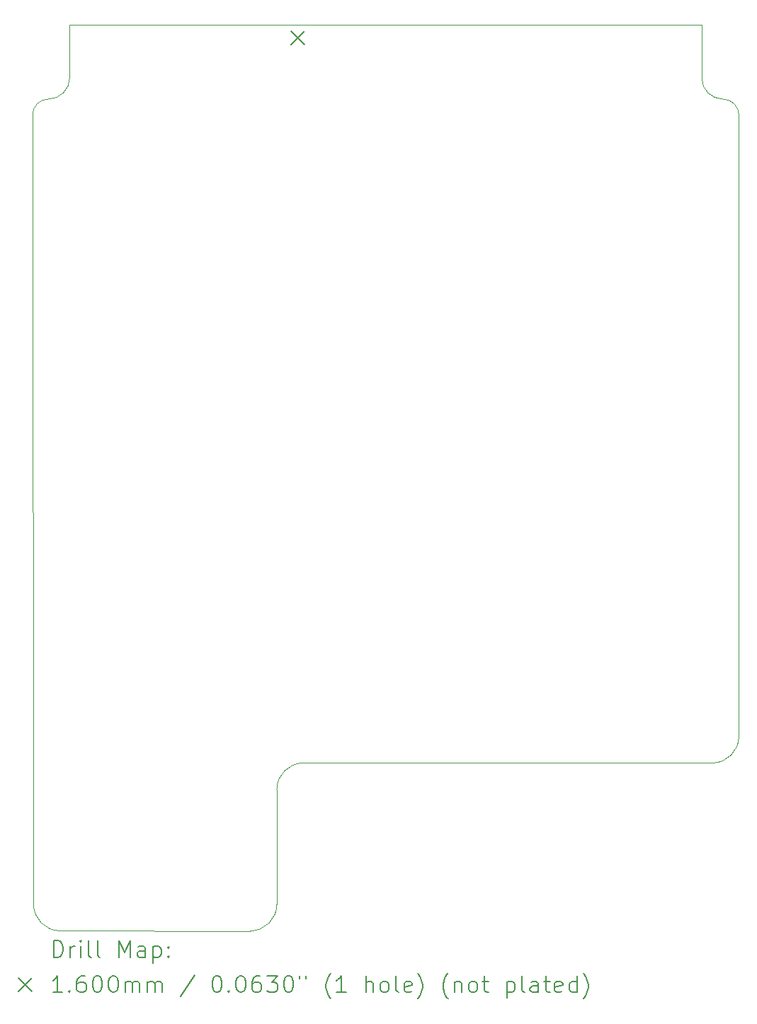
<source format=gbr>
%FSLAX45Y45*%
G04 Gerber Fmt 4.5, Leading zero omitted, Abs format (unit mm)*
G04 Created by KiCad (PCBNEW 6.0.5+dfsg-1~bpo11+1) date 2023-01-30 19:55:39*
%MOMM*%
%LPD*%
G01*
G04 APERTURE LIST*
%TA.AperFunction,Profile*%
%ADD10C,0.100000*%
%TD*%
%ADD11C,0.200000*%
%ADD12C,0.160000*%
G04 APERTURE END LIST*
D10*
X18923000Y-13398500D02*
G75*
G03*
X19240500Y-13081000I0J317500D01*
G01*
X18923000Y-13398500D02*
X14033500Y-13398500D01*
X11239500Y-5207000D02*
X11239500Y-4572000D01*
X14033500Y-13398500D02*
G75*
G03*
X13716000Y-13716000I0J-317500D01*
G01*
X18796000Y-5207000D02*
G75*
G03*
X19050000Y-5461000I254000J0D01*
G01*
X19240500Y-5651500D02*
X19240500Y-13081000D01*
X10985500Y-5461000D02*
G75*
G03*
X10795000Y-5651500I0J-190500D01*
G01*
X10985500Y-5461000D02*
G75*
G03*
X11239500Y-5207000I0J254000D01*
G01*
X11239500Y-4572000D02*
X18796000Y-4572000D01*
X11125200Y-15405100D02*
X13398500Y-15406114D01*
X19240500Y-5651500D02*
G75*
G03*
X19050000Y-5461000I-190500J0D01*
G01*
X10807700Y-15087600D02*
G75*
G03*
X11125200Y-15405100I317500J0D01*
G01*
X10807700Y-15087600D02*
X10795000Y-5651500D01*
X18796000Y-5207000D02*
X18796000Y-4572000D01*
X13717014Y-15087600D02*
X13716000Y-13716000D01*
X13398500Y-15406114D02*
G75*
G03*
X13717014Y-15087600I0J318514D01*
G01*
D11*
D12*
X13890000Y-4650000D02*
X14050000Y-4810000D01*
X14050000Y-4650000D02*
X13890000Y-4810000D01*
D11*
X11047619Y-15721590D02*
X11047619Y-15521590D01*
X11095238Y-15521590D01*
X11123810Y-15531114D01*
X11142857Y-15550162D01*
X11152381Y-15569209D01*
X11161905Y-15607305D01*
X11161905Y-15635876D01*
X11152381Y-15673971D01*
X11142857Y-15693019D01*
X11123810Y-15712067D01*
X11095238Y-15721590D01*
X11047619Y-15721590D01*
X11247619Y-15721590D02*
X11247619Y-15588257D01*
X11247619Y-15626352D02*
X11257143Y-15607305D01*
X11266667Y-15597781D01*
X11285714Y-15588257D01*
X11304762Y-15588257D01*
X11371428Y-15721590D02*
X11371428Y-15588257D01*
X11371428Y-15521590D02*
X11361905Y-15531114D01*
X11371428Y-15540638D01*
X11380952Y-15531114D01*
X11371428Y-15521590D01*
X11371428Y-15540638D01*
X11495238Y-15721590D02*
X11476190Y-15712067D01*
X11466667Y-15693019D01*
X11466667Y-15521590D01*
X11600000Y-15721590D02*
X11580952Y-15712067D01*
X11571428Y-15693019D01*
X11571428Y-15521590D01*
X11828571Y-15721590D02*
X11828571Y-15521590D01*
X11895238Y-15664448D01*
X11961905Y-15521590D01*
X11961905Y-15721590D01*
X12142857Y-15721590D02*
X12142857Y-15616828D01*
X12133333Y-15597781D01*
X12114286Y-15588257D01*
X12076190Y-15588257D01*
X12057143Y-15597781D01*
X12142857Y-15712067D02*
X12123809Y-15721590D01*
X12076190Y-15721590D01*
X12057143Y-15712067D01*
X12047619Y-15693019D01*
X12047619Y-15673971D01*
X12057143Y-15654924D01*
X12076190Y-15645400D01*
X12123809Y-15645400D01*
X12142857Y-15635876D01*
X12238095Y-15588257D02*
X12238095Y-15788257D01*
X12238095Y-15597781D02*
X12257143Y-15588257D01*
X12295238Y-15588257D01*
X12314286Y-15597781D01*
X12323809Y-15607305D01*
X12333333Y-15626352D01*
X12333333Y-15683495D01*
X12323809Y-15702543D01*
X12314286Y-15712067D01*
X12295238Y-15721590D01*
X12257143Y-15721590D01*
X12238095Y-15712067D01*
X12419048Y-15702543D02*
X12428571Y-15712067D01*
X12419048Y-15721590D01*
X12409524Y-15712067D01*
X12419048Y-15702543D01*
X12419048Y-15721590D01*
X12419048Y-15597781D02*
X12428571Y-15607305D01*
X12419048Y-15616828D01*
X12409524Y-15607305D01*
X12419048Y-15597781D01*
X12419048Y-15616828D01*
D12*
X10630000Y-15971114D02*
X10790000Y-16131114D01*
X10790000Y-15971114D02*
X10630000Y-16131114D01*
D11*
X11152381Y-16141590D02*
X11038095Y-16141590D01*
X11095238Y-16141590D02*
X11095238Y-15941590D01*
X11076190Y-15970162D01*
X11057143Y-15989209D01*
X11038095Y-15998733D01*
X11238095Y-16122543D02*
X11247619Y-16132067D01*
X11238095Y-16141590D01*
X11228571Y-16132067D01*
X11238095Y-16122543D01*
X11238095Y-16141590D01*
X11419048Y-15941590D02*
X11380952Y-15941590D01*
X11361905Y-15951114D01*
X11352381Y-15960638D01*
X11333333Y-15989209D01*
X11323809Y-16027305D01*
X11323809Y-16103495D01*
X11333333Y-16122543D01*
X11342857Y-16132067D01*
X11361905Y-16141590D01*
X11400000Y-16141590D01*
X11419048Y-16132067D01*
X11428571Y-16122543D01*
X11438095Y-16103495D01*
X11438095Y-16055876D01*
X11428571Y-16036828D01*
X11419048Y-16027305D01*
X11400000Y-16017781D01*
X11361905Y-16017781D01*
X11342857Y-16027305D01*
X11333333Y-16036828D01*
X11323809Y-16055876D01*
X11561905Y-15941590D02*
X11580952Y-15941590D01*
X11600000Y-15951114D01*
X11609524Y-15960638D01*
X11619048Y-15979686D01*
X11628571Y-16017781D01*
X11628571Y-16065400D01*
X11619048Y-16103495D01*
X11609524Y-16122543D01*
X11600000Y-16132067D01*
X11580952Y-16141590D01*
X11561905Y-16141590D01*
X11542857Y-16132067D01*
X11533333Y-16122543D01*
X11523809Y-16103495D01*
X11514286Y-16065400D01*
X11514286Y-16017781D01*
X11523809Y-15979686D01*
X11533333Y-15960638D01*
X11542857Y-15951114D01*
X11561905Y-15941590D01*
X11752381Y-15941590D02*
X11771428Y-15941590D01*
X11790476Y-15951114D01*
X11800000Y-15960638D01*
X11809524Y-15979686D01*
X11819048Y-16017781D01*
X11819048Y-16065400D01*
X11809524Y-16103495D01*
X11800000Y-16122543D01*
X11790476Y-16132067D01*
X11771428Y-16141590D01*
X11752381Y-16141590D01*
X11733333Y-16132067D01*
X11723809Y-16122543D01*
X11714286Y-16103495D01*
X11704762Y-16065400D01*
X11704762Y-16017781D01*
X11714286Y-15979686D01*
X11723809Y-15960638D01*
X11733333Y-15951114D01*
X11752381Y-15941590D01*
X11904762Y-16141590D02*
X11904762Y-16008257D01*
X11904762Y-16027305D02*
X11914286Y-16017781D01*
X11933333Y-16008257D01*
X11961905Y-16008257D01*
X11980952Y-16017781D01*
X11990476Y-16036828D01*
X11990476Y-16141590D01*
X11990476Y-16036828D02*
X12000000Y-16017781D01*
X12019048Y-16008257D01*
X12047619Y-16008257D01*
X12066667Y-16017781D01*
X12076190Y-16036828D01*
X12076190Y-16141590D01*
X12171428Y-16141590D02*
X12171428Y-16008257D01*
X12171428Y-16027305D02*
X12180952Y-16017781D01*
X12200000Y-16008257D01*
X12228571Y-16008257D01*
X12247619Y-16017781D01*
X12257143Y-16036828D01*
X12257143Y-16141590D01*
X12257143Y-16036828D02*
X12266667Y-16017781D01*
X12285714Y-16008257D01*
X12314286Y-16008257D01*
X12333333Y-16017781D01*
X12342857Y-16036828D01*
X12342857Y-16141590D01*
X12733333Y-15932067D02*
X12561905Y-16189209D01*
X12990476Y-15941590D02*
X13009524Y-15941590D01*
X13028571Y-15951114D01*
X13038095Y-15960638D01*
X13047619Y-15979686D01*
X13057143Y-16017781D01*
X13057143Y-16065400D01*
X13047619Y-16103495D01*
X13038095Y-16122543D01*
X13028571Y-16132067D01*
X13009524Y-16141590D01*
X12990476Y-16141590D01*
X12971428Y-16132067D01*
X12961905Y-16122543D01*
X12952381Y-16103495D01*
X12942857Y-16065400D01*
X12942857Y-16017781D01*
X12952381Y-15979686D01*
X12961905Y-15960638D01*
X12971428Y-15951114D01*
X12990476Y-15941590D01*
X13142857Y-16122543D02*
X13152381Y-16132067D01*
X13142857Y-16141590D01*
X13133333Y-16132067D01*
X13142857Y-16122543D01*
X13142857Y-16141590D01*
X13276190Y-15941590D02*
X13295238Y-15941590D01*
X13314286Y-15951114D01*
X13323809Y-15960638D01*
X13333333Y-15979686D01*
X13342857Y-16017781D01*
X13342857Y-16065400D01*
X13333333Y-16103495D01*
X13323809Y-16122543D01*
X13314286Y-16132067D01*
X13295238Y-16141590D01*
X13276190Y-16141590D01*
X13257143Y-16132067D01*
X13247619Y-16122543D01*
X13238095Y-16103495D01*
X13228571Y-16065400D01*
X13228571Y-16017781D01*
X13238095Y-15979686D01*
X13247619Y-15960638D01*
X13257143Y-15951114D01*
X13276190Y-15941590D01*
X13514286Y-15941590D02*
X13476190Y-15941590D01*
X13457143Y-15951114D01*
X13447619Y-15960638D01*
X13428571Y-15989209D01*
X13419048Y-16027305D01*
X13419048Y-16103495D01*
X13428571Y-16122543D01*
X13438095Y-16132067D01*
X13457143Y-16141590D01*
X13495238Y-16141590D01*
X13514286Y-16132067D01*
X13523809Y-16122543D01*
X13533333Y-16103495D01*
X13533333Y-16055876D01*
X13523809Y-16036828D01*
X13514286Y-16027305D01*
X13495238Y-16017781D01*
X13457143Y-16017781D01*
X13438095Y-16027305D01*
X13428571Y-16036828D01*
X13419048Y-16055876D01*
X13600000Y-15941590D02*
X13723809Y-15941590D01*
X13657143Y-16017781D01*
X13685714Y-16017781D01*
X13704762Y-16027305D01*
X13714286Y-16036828D01*
X13723809Y-16055876D01*
X13723809Y-16103495D01*
X13714286Y-16122543D01*
X13704762Y-16132067D01*
X13685714Y-16141590D01*
X13628571Y-16141590D01*
X13609524Y-16132067D01*
X13600000Y-16122543D01*
X13847619Y-15941590D02*
X13866667Y-15941590D01*
X13885714Y-15951114D01*
X13895238Y-15960638D01*
X13904762Y-15979686D01*
X13914286Y-16017781D01*
X13914286Y-16065400D01*
X13904762Y-16103495D01*
X13895238Y-16122543D01*
X13885714Y-16132067D01*
X13866667Y-16141590D01*
X13847619Y-16141590D01*
X13828571Y-16132067D01*
X13819048Y-16122543D01*
X13809524Y-16103495D01*
X13800000Y-16065400D01*
X13800000Y-16017781D01*
X13809524Y-15979686D01*
X13819048Y-15960638D01*
X13828571Y-15951114D01*
X13847619Y-15941590D01*
X13990476Y-15941590D02*
X13990476Y-15979686D01*
X14066667Y-15941590D02*
X14066667Y-15979686D01*
X14361905Y-16217781D02*
X14352381Y-16208257D01*
X14333333Y-16179686D01*
X14323809Y-16160638D01*
X14314286Y-16132067D01*
X14304762Y-16084448D01*
X14304762Y-16046352D01*
X14314286Y-15998733D01*
X14323809Y-15970162D01*
X14333333Y-15951114D01*
X14352381Y-15922543D01*
X14361905Y-15913019D01*
X14542857Y-16141590D02*
X14428571Y-16141590D01*
X14485714Y-16141590D02*
X14485714Y-15941590D01*
X14466667Y-15970162D01*
X14447619Y-15989209D01*
X14428571Y-15998733D01*
X14780952Y-16141590D02*
X14780952Y-15941590D01*
X14866667Y-16141590D02*
X14866667Y-16036828D01*
X14857143Y-16017781D01*
X14838095Y-16008257D01*
X14809524Y-16008257D01*
X14790476Y-16017781D01*
X14780952Y-16027305D01*
X14990476Y-16141590D02*
X14971428Y-16132067D01*
X14961905Y-16122543D01*
X14952381Y-16103495D01*
X14952381Y-16046352D01*
X14961905Y-16027305D01*
X14971428Y-16017781D01*
X14990476Y-16008257D01*
X15019048Y-16008257D01*
X15038095Y-16017781D01*
X15047619Y-16027305D01*
X15057143Y-16046352D01*
X15057143Y-16103495D01*
X15047619Y-16122543D01*
X15038095Y-16132067D01*
X15019048Y-16141590D01*
X14990476Y-16141590D01*
X15171428Y-16141590D02*
X15152381Y-16132067D01*
X15142857Y-16113019D01*
X15142857Y-15941590D01*
X15323809Y-16132067D02*
X15304762Y-16141590D01*
X15266667Y-16141590D01*
X15247619Y-16132067D01*
X15238095Y-16113019D01*
X15238095Y-16036828D01*
X15247619Y-16017781D01*
X15266667Y-16008257D01*
X15304762Y-16008257D01*
X15323809Y-16017781D01*
X15333333Y-16036828D01*
X15333333Y-16055876D01*
X15238095Y-16074924D01*
X15400000Y-16217781D02*
X15409524Y-16208257D01*
X15428571Y-16179686D01*
X15438095Y-16160638D01*
X15447619Y-16132067D01*
X15457143Y-16084448D01*
X15457143Y-16046352D01*
X15447619Y-15998733D01*
X15438095Y-15970162D01*
X15428571Y-15951114D01*
X15409524Y-15922543D01*
X15400000Y-15913019D01*
X15761905Y-16217781D02*
X15752381Y-16208257D01*
X15733333Y-16179686D01*
X15723809Y-16160638D01*
X15714286Y-16132067D01*
X15704762Y-16084448D01*
X15704762Y-16046352D01*
X15714286Y-15998733D01*
X15723809Y-15970162D01*
X15733333Y-15951114D01*
X15752381Y-15922543D01*
X15761905Y-15913019D01*
X15838095Y-16008257D02*
X15838095Y-16141590D01*
X15838095Y-16027305D02*
X15847619Y-16017781D01*
X15866667Y-16008257D01*
X15895238Y-16008257D01*
X15914286Y-16017781D01*
X15923809Y-16036828D01*
X15923809Y-16141590D01*
X16047619Y-16141590D02*
X16028571Y-16132067D01*
X16019048Y-16122543D01*
X16009524Y-16103495D01*
X16009524Y-16046352D01*
X16019048Y-16027305D01*
X16028571Y-16017781D01*
X16047619Y-16008257D01*
X16076190Y-16008257D01*
X16095238Y-16017781D01*
X16104762Y-16027305D01*
X16114286Y-16046352D01*
X16114286Y-16103495D01*
X16104762Y-16122543D01*
X16095238Y-16132067D01*
X16076190Y-16141590D01*
X16047619Y-16141590D01*
X16171428Y-16008257D02*
X16247619Y-16008257D01*
X16200000Y-15941590D02*
X16200000Y-16113019D01*
X16209524Y-16132067D01*
X16228571Y-16141590D01*
X16247619Y-16141590D01*
X16466667Y-16008257D02*
X16466667Y-16208257D01*
X16466667Y-16017781D02*
X16485714Y-16008257D01*
X16523809Y-16008257D01*
X16542857Y-16017781D01*
X16552381Y-16027305D01*
X16561905Y-16046352D01*
X16561905Y-16103495D01*
X16552381Y-16122543D01*
X16542857Y-16132067D01*
X16523809Y-16141590D01*
X16485714Y-16141590D01*
X16466667Y-16132067D01*
X16676190Y-16141590D02*
X16657143Y-16132067D01*
X16647619Y-16113019D01*
X16647619Y-15941590D01*
X16838095Y-16141590D02*
X16838095Y-16036828D01*
X16828571Y-16017781D01*
X16809524Y-16008257D01*
X16771428Y-16008257D01*
X16752381Y-16017781D01*
X16838095Y-16132067D02*
X16819048Y-16141590D01*
X16771428Y-16141590D01*
X16752381Y-16132067D01*
X16742857Y-16113019D01*
X16742857Y-16093971D01*
X16752381Y-16074924D01*
X16771428Y-16065400D01*
X16819048Y-16065400D01*
X16838095Y-16055876D01*
X16904762Y-16008257D02*
X16980952Y-16008257D01*
X16933333Y-15941590D02*
X16933333Y-16113019D01*
X16942857Y-16132067D01*
X16961905Y-16141590D01*
X16980952Y-16141590D01*
X17123810Y-16132067D02*
X17104762Y-16141590D01*
X17066667Y-16141590D01*
X17047619Y-16132067D01*
X17038095Y-16113019D01*
X17038095Y-16036828D01*
X17047619Y-16017781D01*
X17066667Y-16008257D01*
X17104762Y-16008257D01*
X17123810Y-16017781D01*
X17133333Y-16036828D01*
X17133333Y-16055876D01*
X17038095Y-16074924D01*
X17304762Y-16141590D02*
X17304762Y-15941590D01*
X17304762Y-16132067D02*
X17285714Y-16141590D01*
X17247619Y-16141590D01*
X17228571Y-16132067D01*
X17219048Y-16122543D01*
X17209524Y-16103495D01*
X17209524Y-16046352D01*
X17219048Y-16027305D01*
X17228571Y-16017781D01*
X17247619Y-16008257D01*
X17285714Y-16008257D01*
X17304762Y-16017781D01*
X17380952Y-16217781D02*
X17390476Y-16208257D01*
X17409524Y-16179686D01*
X17419048Y-16160638D01*
X17428571Y-16132067D01*
X17438095Y-16084448D01*
X17438095Y-16046352D01*
X17428571Y-15998733D01*
X17419048Y-15970162D01*
X17409524Y-15951114D01*
X17390476Y-15922543D01*
X17380952Y-15913019D01*
M02*

</source>
